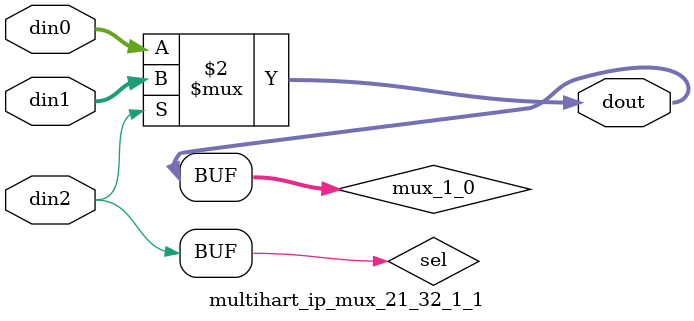
<source format=v>

`timescale 1ns/1ps

module multihart_ip_mux_21_32_1_1 #(
parameter
    ID                = 0,
    NUM_STAGE         = 1,
    din0_WIDTH       = 32,
    din1_WIDTH       = 32,
    din2_WIDTH         = 32,
    dout_WIDTH            = 32
)(
    input  [31 : 0]     din0,
    input  [31 : 0]     din1,
    input  [0 : 0]    din2,
    output [31 : 0]   dout);

// puts internal signals
wire [0 : 0]     sel;
// level 1 signals
wire [31 : 0]         mux_1_0;

assign sel = din2;

// Generate level 1 logic
assign mux_1_0 = (sel[0] == 0)? din0 : din1;

// output logic
assign dout = mux_1_0;

endmodule

</source>
